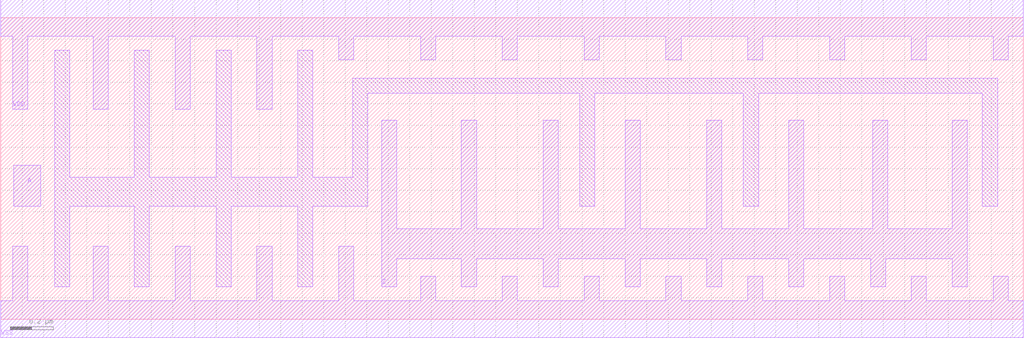
<source format=lef>
# 
# ******************************************************************************
# *                                                                            *
# *                   Copyright (C) 2004-2010, Nangate Inc.                    *
# *                           All rights reserved.                             *
# *                                                                            *
# * Nangate and the Nangate logo are trademarks of Nangate Inc.                *
# *                                                                            *
# * All trademarks, logos, software marks, and trade names (collectively the   *
# * "Marks") in this program are proprietary to Nangate or other respective    *
# * owners that have granted Nangate the right and license to use such Marks.  *
# * You are not permitted to use the Marks without the prior written consent   *
# * of Nangate or such third party that may own the Marks.                     *
# *                                                                            *
# * This file has been provided pursuant to a License Agreement containing     *
# * restrictions on its use. This file contains valuable trade secrets and     *
# * proprietary information of Nangate Inc., and is protected by U.S. and      *
# * international laws and/or treaties.                                        *
# *                                                                            *
# * The copyright notice(s) in this file does not indicate actual or intended  *
# * publication of this file.                                                  *
# *                                                                            *
# *     NGLibraryCreator, v2010.08-HR32-SP3-2010-08-05 - build 1009061800      *
# *                                                                            *
# ******************************************************************************
# 
# 
# Running on brazil06.nangate.com.br for user Giancarlo Franciscatto (gfr).
# Local time is now Fri, 3 Dec 2010, 19:32:18.
# Main process id is 27821.

VERSION 5.6 ;
BUSBITCHARS "[]" ;
DIVIDERCHAR "/" ;

MACRO BUF_X16
  CLASS core ;
  FOREIGN BUF_X16 0.0 0.0 ;
  ORIGIN 0 0 ;
  SYMMETRY X Y ;
  SITE FreePDK45_38x28_10R_NP_162NW_34O ;
  SIZE 4.75 BY 1.4 ;
  PIN A
    DIRECTION INPUT ;
    ANTENNAPARTIALMETALAREA 0.02375 LAYER metal1 ;
    ANTENNAPARTIALMETALSIDEAREA 0.0819 LAYER metal1 ;
    ANTENNAGATEAREA 0.418 ;
    PORT
      LAYER metal1 ;
        POLYGON 0.06 0.525 0.185 0.525 0.185 0.715 0.06 0.715  ;
    END
  END A
  PIN Z
    DIRECTION OUTPUT ;
    ANTENNAPARTIALMETALAREA 0.7364 LAYER metal1 ;
    ANTENNAPARTIALMETALSIDEAREA 2.0644 LAYER metal1 ;
    ANTENNADIFFAREA 1.1704 ;
    PORT
      LAYER metal1 ;
        POLYGON 1.77 0.15 1.84 0.15 1.84 0.28 2.14 0.28 2.14 0.15 2.21 0.15 2.21 0.28 2.52 0.28 2.52 0.15 2.59 0.15 2.59 0.28 2.9 0.28 2.9 0.15 2.97 0.15 2.97 0.28 3.28 0.28 3.28 0.15 3.35 0.15 3.35 0.28 3.66 0.28 3.66 0.15 3.73 0.15 3.73 0.28 4.04 0.28 4.04 0.15 4.11 0.15 4.11 0.28 4.42 0.28 4.42 0.15 4.49 0.15 4.49 0.925 4.42 0.925 4.42 0.42 4.12 0.42 4.12 0.925 4.05 0.925 4.05 0.42 3.73 0.42 3.73 0.925 3.66 0.925 3.66 0.42 3.35 0.42 3.35 0.925 3.28 0.925 3.28 0.42 2.97 0.42 2.97 0.925 2.9 0.925 2.9 0.42 2.59 0.42 2.59 0.925 2.52 0.925 2.52 0.42 2.21 0.42 2.21 0.925 2.14 0.925 2.14 0.42 1.84 0.42 1.84 0.925 1.77 0.925  ;
    END
  END Z
  PIN VDD
    DIRECTION INOUT ;
    USE power ;
    SHAPE ABUTMENT ;
    PORT
      LAYER metal1 ;
        POLYGON 0 1.315 0.055 1.315 0.055 0.975 0.125 0.975 0.125 1.315 0.43 1.315 0.43 0.975 0.5 0.975 0.5 1.315 0.81 1.315 0.81 0.975 0.88 0.975 0.88 1.315 1.19 1.315 1.19 0.975 1.26 0.975 1.26 1.315 1.57 1.315 1.57 1.205 1.64 1.205 1.64 1.315 1.95 1.315 1.95 1.205 2.02 1.205 2.02 1.315 2.33 1.315 2.33 1.205 2.4 1.205 2.4 1.315 2.71 1.315 2.71 1.205 2.78 1.205 2.78 1.315 3.09 1.315 3.09 1.205 3.16 1.205 3.16 1.315 3.47 1.315 3.47 1.205 3.54 1.205 3.54 1.315 3.85 1.315 3.85 1.205 3.92 1.205 3.92 1.315 4.23 1.315 4.23 1.205 4.3 1.205 4.3 1.315 4.61 1.315 4.61 1.205 4.63 1.205 4.68 1.205 4.68 1.315 4.75 1.315 4.75 1.485 4.63 1.485 0 1.485  ;
    END
  END VDD
  PIN VSS
    DIRECTION INOUT ;
    USE ground ;
    SHAPE ABUTMENT ;
    PORT
      LAYER metal1 ;
        POLYGON 0 -0.085 4.75 -0.085 4.75 0.085 4.68 0.085 4.68 0.2 4.61 0.2 4.61 0.085 4.3 0.085 4.3 0.2 4.23 0.2 4.23 0.085 3.92 0.085 3.92 0.2 3.85 0.2 3.85 0.085 3.54 0.085 3.54 0.2 3.47 0.2 3.47 0.085 3.16 0.085 3.16 0.2 3.09 0.2 3.09 0.085 2.78 0.085 2.78 0.2 2.71 0.2 2.71 0.085 2.4 0.085 2.4 0.2 2.33 0.2 2.33 0.085 2.02 0.085 2.02 0.2 1.95 0.2 1.95 0.085 1.64 0.085 1.64 0.34 1.57 0.34 1.57 0.085 1.26 0.085 1.26 0.34 1.19 0.34 1.19 0.085 0.88 0.085 0.88 0.34 0.81 0.34 0.81 0.085 0.5 0.085 0.5 0.34 0.43 0.34 0.43 0.085 0.125 0.085 0.125 0.34 0.055 0.34 0.055 0.085 0 0.085  ;
    END
  END VSS
  OBS
      LAYER metal1 ;
        POLYGON 0.25 0.15 0.32 0.15 0.32 0.525 0.62 0.525 0.62 0.15 0.69 0.15 0.69 0.525 1 0.525 1 0.15 1.07 0.15 1.07 0.525 1.38 0.525 1.38 0.15 1.45 0.15 1.45 0.525 1.705 0.525 1.705 1.05 2.69 1.05 2.69 0.525 2.76 0.525 2.76 1.05 3.45 1.05 3.45 0.525 3.52 0.525 3.52 1.05 4.56 1.05 4.56 0.525 4.63 0.525 4.63 1.12 1.635 1.12 1.635 0.66 1.45 0.66 1.45 1.25 1.38 1.25 1.38 0.66 1.07 0.66 1.07 1.25 1 1.25 1 0.66 0.69 0.66 0.69 1.25 0.62 1.25 0.62 0.66 0.32 0.66 0.32 1.25 0.25 1.25  ;
  END
END BUF_X16

END LIBRARY
#
# End of file
#

</source>
